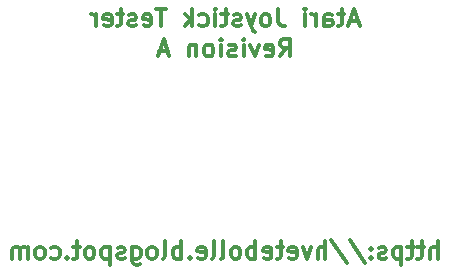
<source format=gbo>
G04 #@! TF.FileFunction,Legend,Bot*
%FSLAX46Y46*%
G04 Gerber Fmt 4.6, Leading zero omitted, Abs format (unit mm)*
G04 Created by KiCad (PCBNEW 4.0.7) date 11/06/18 17:06:44*
%MOMM*%
%LPD*%
G01*
G04 APERTURE LIST*
%ADD10C,0.100000*%
%ADD11C,0.300000*%
G04 APERTURE END LIST*
D10*
D11*
X146270001Y-114343571D02*
X146270001Y-112843571D01*
X145627144Y-114343571D02*
X145627144Y-113557857D01*
X145698573Y-113415000D01*
X145841430Y-113343571D01*
X146055715Y-113343571D01*
X146198573Y-113415000D01*
X146270001Y-113486429D01*
X145127144Y-113343571D02*
X144555715Y-113343571D01*
X144912858Y-112843571D02*
X144912858Y-114129286D01*
X144841430Y-114272143D01*
X144698572Y-114343571D01*
X144555715Y-114343571D01*
X144270001Y-113343571D02*
X143698572Y-113343571D01*
X144055715Y-112843571D02*
X144055715Y-114129286D01*
X143984287Y-114272143D01*
X143841429Y-114343571D01*
X143698572Y-114343571D01*
X143198572Y-113343571D02*
X143198572Y-114843571D01*
X143198572Y-113415000D02*
X143055715Y-113343571D01*
X142770001Y-113343571D01*
X142627144Y-113415000D01*
X142555715Y-113486429D01*
X142484286Y-113629286D01*
X142484286Y-114057857D01*
X142555715Y-114200714D01*
X142627144Y-114272143D01*
X142770001Y-114343571D01*
X143055715Y-114343571D01*
X143198572Y-114272143D01*
X141912858Y-114272143D02*
X141770001Y-114343571D01*
X141484286Y-114343571D01*
X141341429Y-114272143D01*
X141270001Y-114129286D01*
X141270001Y-114057857D01*
X141341429Y-113915000D01*
X141484286Y-113843571D01*
X141698572Y-113843571D01*
X141841429Y-113772143D01*
X141912858Y-113629286D01*
X141912858Y-113557857D01*
X141841429Y-113415000D01*
X141698572Y-113343571D01*
X141484286Y-113343571D01*
X141341429Y-113415000D01*
X140627143Y-114200714D02*
X140555715Y-114272143D01*
X140627143Y-114343571D01*
X140698572Y-114272143D01*
X140627143Y-114200714D01*
X140627143Y-114343571D01*
X140627143Y-113415000D02*
X140555715Y-113486429D01*
X140627143Y-113557857D01*
X140698572Y-113486429D01*
X140627143Y-113415000D01*
X140627143Y-113557857D01*
X138841429Y-112772143D02*
X140127143Y-114700714D01*
X137270000Y-112772143D02*
X138555714Y-114700714D01*
X136769999Y-114343571D02*
X136769999Y-112843571D01*
X136127142Y-114343571D02*
X136127142Y-113557857D01*
X136198571Y-113415000D01*
X136341428Y-113343571D01*
X136555713Y-113343571D01*
X136698571Y-113415000D01*
X136769999Y-113486429D01*
X135555713Y-113343571D02*
X135198570Y-114343571D01*
X134841428Y-113343571D01*
X133698571Y-114272143D02*
X133841428Y-114343571D01*
X134127142Y-114343571D01*
X134269999Y-114272143D01*
X134341428Y-114129286D01*
X134341428Y-113557857D01*
X134269999Y-113415000D01*
X134127142Y-113343571D01*
X133841428Y-113343571D01*
X133698571Y-113415000D01*
X133627142Y-113557857D01*
X133627142Y-113700714D01*
X134341428Y-113843571D01*
X133198571Y-113343571D02*
X132627142Y-113343571D01*
X132984285Y-112843571D02*
X132984285Y-114129286D01*
X132912857Y-114272143D01*
X132769999Y-114343571D01*
X132627142Y-114343571D01*
X131555714Y-114272143D02*
X131698571Y-114343571D01*
X131984285Y-114343571D01*
X132127142Y-114272143D01*
X132198571Y-114129286D01*
X132198571Y-113557857D01*
X132127142Y-113415000D01*
X131984285Y-113343571D01*
X131698571Y-113343571D01*
X131555714Y-113415000D01*
X131484285Y-113557857D01*
X131484285Y-113700714D01*
X132198571Y-113843571D01*
X130841428Y-114343571D02*
X130841428Y-112843571D01*
X130841428Y-113415000D02*
X130698571Y-113343571D01*
X130412857Y-113343571D01*
X130270000Y-113415000D01*
X130198571Y-113486429D01*
X130127142Y-113629286D01*
X130127142Y-114057857D01*
X130198571Y-114200714D01*
X130270000Y-114272143D01*
X130412857Y-114343571D01*
X130698571Y-114343571D01*
X130841428Y-114272143D01*
X129269999Y-114343571D02*
X129412857Y-114272143D01*
X129484285Y-114200714D01*
X129555714Y-114057857D01*
X129555714Y-113629286D01*
X129484285Y-113486429D01*
X129412857Y-113415000D01*
X129269999Y-113343571D01*
X129055714Y-113343571D01*
X128912857Y-113415000D01*
X128841428Y-113486429D01*
X128769999Y-113629286D01*
X128769999Y-114057857D01*
X128841428Y-114200714D01*
X128912857Y-114272143D01*
X129055714Y-114343571D01*
X129269999Y-114343571D01*
X127912856Y-114343571D02*
X128055714Y-114272143D01*
X128127142Y-114129286D01*
X128127142Y-112843571D01*
X127127142Y-114343571D02*
X127270000Y-114272143D01*
X127341428Y-114129286D01*
X127341428Y-112843571D01*
X125984286Y-114272143D02*
X126127143Y-114343571D01*
X126412857Y-114343571D01*
X126555714Y-114272143D01*
X126627143Y-114129286D01*
X126627143Y-113557857D01*
X126555714Y-113415000D01*
X126412857Y-113343571D01*
X126127143Y-113343571D01*
X125984286Y-113415000D01*
X125912857Y-113557857D01*
X125912857Y-113700714D01*
X126627143Y-113843571D01*
X125270000Y-114200714D02*
X125198572Y-114272143D01*
X125270000Y-114343571D01*
X125341429Y-114272143D01*
X125270000Y-114200714D01*
X125270000Y-114343571D01*
X124555714Y-114343571D02*
X124555714Y-112843571D01*
X124555714Y-113415000D02*
X124412857Y-113343571D01*
X124127143Y-113343571D01*
X123984286Y-113415000D01*
X123912857Y-113486429D01*
X123841428Y-113629286D01*
X123841428Y-114057857D01*
X123912857Y-114200714D01*
X123984286Y-114272143D01*
X124127143Y-114343571D01*
X124412857Y-114343571D01*
X124555714Y-114272143D01*
X122984285Y-114343571D02*
X123127143Y-114272143D01*
X123198571Y-114129286D01*
X123198571Y-112843571D01*
X122198571Y-114343571D02*
X122341429Y-114272143D01*
X122412857Y-114200714D01*
X122484286Y-114057857D01*
X122484286Y-113629286D01*
X122412857Y-113486429D01*
X122341429Y-113415000D01*
X122198571Y-113343571D01*
X121984286Y-113343571D01*
X121841429Y-113415000D01*
X121770000Y-113486429D01*
X121698571Y-113629286D01*
X121698571Y-114057857D01*
X121770000Y-114200714D01*
X121841429Y-114272143D01*
X121984286Y-114343571D01*
X122198571Y-114343571D01*
X120412857Y-113343571D02*
X120412857Y-114557857D01*
X120484286Y-114700714D01*
X120555714Y-114772143D01*
X120698571Y-114843571D01*
X120912857Y-114843571D01*
X121055714Y-114772143D01*
X120412857Y-114272143D02*
X120555714Y-114343571D01*
X120841428Y-114343571D01*
X120984286Y-114272143D01*
X121055714Y-114200714D01*
X121127143Y-114057857D01*
X121127143Y-113629286D01*
X121055714Y-113486429D01*
X120984286Y-113415000D01*
X120841428Y-113343571D01*
X120555714Y-113343571D01*
X120412857Y-113415000D01*
X119770000Y-114272143D02*
X119627143Y-114343571D01*
X119341428Y-114343571D01*
X119198571Y-114272143D01*
X119127143Y-114129286D01*
X119127143Y-114057857D01*
X119198571Y-113915000D01*
X119341428Y-113843571D01*
X119555714Y-113843571D01*
X119698571Y-113772143D01*
X119770000Y-113629286D01*
X119770000Y-113557857D01*
X119698571Y-113415000D01*
X119555714Y-113343571D01*
X119341428Y-113343571D01*
X119198571Y-113415000D01*
X118484285Y-113343571D02*
X118484285Y-114843571D01*
X118484285Y-113415000D02*
X118341428Y-113343571D01*
X118055714Y-113343571D01*
X117912857Y-113415000D01*
X117841428Y-113486429D01*
X117769999Y-113629286D01*
X117769999Y-114057857D01*
X117841428Y-114200714D01*
X117912857Y-114272143D01*
X118055714Y-114343571D01*
X118341428Y-114343571D01*
X118484285Y-114272143D01*
X116912856Y-114343571D02*
X117055714Y-114272143D01*
X117127142Y-114200714D01*
X117198571Y-114057857D01*
X117198571Y-113629286D01*
X117127142Y-113486429D01*
X117055714Y-113415000D01*
X116912856Y-113343571D01*
X116698571Y-113343571D01*
X116555714Y-113415000D01*
X116484285Y-113486429D01*
X116412856Y-113629286D01*
X116412856Y-114057857D01*
X116484285Y-114200714D01*
X116555714Y-114272143D01*
X116698571Y-114343571D01*
X116912856Y-114343571D01*
X115984285Y-113343571D02*
X115412856Y-113343571D01*
X115769999Y-112843571D02*
X115769999Y-114129286D01*
X115698571Y-114272143D01*
X115555713Y-114343571D01*
X115412856Y-114343571D01*
X114912856Y-114200714D02*
X114841428Y-114272143D01*
X114912856Y-114343571D01*
X114984285Y-114272143D01*
X114912856Y-114200714D01*
X114912856Y-114343571D01*
X113555713Y-114272143D02*
X113698570Y-114343571D01*
X113984284Y-114343571D01*
X114127142Y-114272143D01*
X114198570Y-114200714D01*
X114269999Y-114057857D01*
X114269999Y-113629286D01*
X114198570Y-113486429D01*
X114127142Y-113415000D01*
X113984284Y-113343571D01*
X113698570Y-113343571D01*
X113555713Y-113415000D01*
X112698570Y-114343571D02*
X112841428Y-114272143D01*
X112912856Y-114200714D01*
X112984285Y-114057857D01*
X112984285Y-113629286D01*
X112912856Y-113486429D01*
X112841428Y-113415000D01*
X112698570Y-113343571D01*
X112484285Y-113343571D01*
X112341428Y-113415000D01*
X112269999Y-113486429D01*
X112198570Y-113629286D01*
X112198570Y-114057857D01*
X112269999Y-114200714D01*
X112341428Y-114272143D01*
X112484285Y-114343571D01*
X112698570Y-114343571D01*
X111555713Y-114343571D02*
X111555713Y-113343571D01*
X111555713Y-113486429D02*
X111484285Y-113415000D01*
X111341427Y-113343571D01*
X111127142Y-113343571D01*
X110984285Y-113415000D01*
X110912856Y-113557857D01*
X110912856Y-114343571D01*
X110912856Y-113557857D02*
X110841427Y-113415000D01*
X110698570Y-113343571D01*
X110484285Y-113343571D01*
X110341427Y-113415000D01*
X110269999Y-113557857D01*
X110269999Y-114343571D01*
X139520000Y-94225000D02*
X138805714Y-94225000D01*
X139662857Y-94653571D02*
X139162857Y-93153571D01*
X138662857Y-94653571D01*
X138377143Y-93653571D02*
X137805714Y-93653571D01*
X138162857Y-93153571D02*
X138162857Y-94439286D01*
X138091429Y-94582143D01*
X137948571Y-94653571D01*
X137805714Y-94653571D01*
X136662857Y-94653571D02*
X136662857Y-93867857D01*
X136734286Y-93725000D01*
X136877143Y-93653571D01*
X137162857Y-93653571D01*
X137305714Y-93725000D01*
X136662857Y-94582143D02*
X136805714Y-94653571D01*
X137162857Y-94653571D01*
X137305714Y-94582143D01*
X137377143Y-94439286D01*
X137377143Y-94296429D01*
X137305714Y-94153571D01*
X137162857Y-94082143D01*
X136805714Y-94082143D01*
X136662857Y-94010714D01*
X135948571Y-94653571D02*
X135948571Y-93653571D01*
X135948571Y-93939286D02*
X135877143Y-93796429D01*
X135805714Y-93725000D01*
X135662857Y-93653571D01*
X135520000Y-93653571D01*
X135020000Y-94653571D02*
X135020000Y-93653571D01*
X135020000Y-93153571D02*
X135091429Y-93225000D01*
X135020000Y-93296429D01*
X134948572Y-93225000D01*
X135020000Y-93153571D01*
X135020000Y-93296429D01*
X132734286Y-93153571D02*
X132734286Y-94225000D01*
X132805714Y-94439286D01*
X132948571Y-94582143D01*
X133162857Y-94653571D01*
X133305714Y-94653571D01*
X131805714Y-94653571D02*
X131948572Y-94582143D01*
X132020000Y-94510714D01*
X132091429Y-94367857D01*
X132091429Y-93939286D01*
X132020000Y-93796429D01*
X131948572Y-93725000D01*
X131805714Y-93653571D01*
X131591429Y-93653571D01*
X131448572Y-93725000D01*
X131377143Y-93796429D01*
X131305714Y-93939286D01*
X131305714Y-94367857D01*
X131377143Y-94510714D01*
X131448572Y-94582143D01*
X131591429Y-94653571D01*
X131805714Y-94653571D01*
X130805714Y-93653571D02*
X130448571Y-94653571D01*
X130091429Y-93653571D02*
X130448571Y-94653571D01*
X130591429Y-95010714D01*
X130662857Y-95082143D01*
X130805714Y-95153571D01*
X129591429Y-94582143D02*
X129448572Y-94653571D01*
X129162857Y-94653571D01*
X129020000Y-94582143D01*
X128948572Y-94439286D01*
X128948572Y-94367857D01*
X129020000Y-94225000D01*
X129162857Y-94153571D01*
X129377143Y-94153571D01*
X129520000Y-94082143D01*
X129591429Y-93939286D01*
X129591429Y-93867857D01*
X129520000Y-93725000D01*
X129377143Y-93653571D01*
X129162857Y-93653571D01*
X129020000Y-93725000D01*
X128520000Y-93653571D02*
X127948571Y-93653571D01*
X128305714Y-93153571D02*
X128305714Y-94439286D01*
X128234286Y-94582143D01*
X128091428Y-94653571D01*
X127948571Y-94653571D01*
X127448571Y-94653571D02*
X127448571Y-93653571D01*
X127448571Y-93153571D02*
X127520000Y-93225000D01*
X127448571Y-93296429D01*
X127377143Y-93225000D01*
X127448571Y-93153571D01*
X127448571Y-93296429D01*
X126091428Y-94582143D02*
X126234285Y-94653571D01*
X126519999Y-94653571D01*
X126662857Y-94582143D01*
X126734285Y-94510714D01*
X126805714Y-94367857D01*
X126805714Y-93939286D01*
X126734285Y-93796429D01*
X126662857Y-93725000D01*
X126519999Y-93653571D01*
X126234285Y-93653571D01*
X126091428Y-93725000D01*
X125448571Y-94653571D02*
X125448571Y-93153571D01*
X125305714Y-94082143D02*
X124877143Y-94653571D01*
X124877143Y-93653571D02*
X125448571Y-94225000D01*
X123305714Y-93153571D02*
X122448571Y-93153571D01*
X122877142Y-94653571D02*
X122877142Y-93153571D01*
X121377143Y-94582143D02*
X121520000Y-94653571D01*
X121805714Y-94653571D01*
X121948571Y-94582143D01*
X122020000Y-94439286D01*
X122020000Y-93867857D01*
X121948571Y-93725000D01*
X121805714Y-93653571D01*
X121520000Y-93653571D01*
X121377143Y-93725000D01*
X121305714Y-93867857D01*
X121305714Y-94010714D01*
X122020000Y-94153571D01*
X120734286Y-94582143D02*
X120591429Y-94653571D01*
X120305714Y-94653571D01*
X120162857Y-94582143D01*
X120091429Y-94439286D01*
X120091429Y-94367857D01*
X120162857Y-94225000D01*
X120305714Y-94153571D01*
X120520000Y-94153571D01*
X120662857Y-94082143D01*
X120734286Y-93939286D01*
X120734286Y-93867857D01*
X120662857Y-93725000D01*
X120520000Y-93653571D01*
X120305714Y-93653571D01*
X120162857Y-93725000D01*
X119662857Y-93653571D02*
X119091428Y-93653571D01*
X119448571Y-93153571D02*
X119448571Y-94439286D01*
X119377143Y-94582143D01*
X119234285Y-94653571D01*
X119091428Y-94653571D01*
X118020000Y-94582143D02*
X118162857Y-94653571D01*
X118448571Y-94653571D01*
X118591428Y-94582143D01*
X118662857Y-94439286D01*
X118662857Y-93867857D01*
X118591428Y-93725000D01*
X118448571Y-93653571D01*
X118162857Y-93653571D01*
X118020000Y-93725000D01*
X117948571Y-93867857D01*
X117948571Y-94010714D01*
X118662857Y-94153571D01*
X117305714Y-94653571D02*
X117305714Y-93653571D01*
X117305714Y-93939286D02*
X117234286Y-93796429D01*
X117162857Y-93725000D01*
X117020000Y-93653571D01*
X116877143Y-93653571D01*
X132912857Y-97203571D02*
X133412857Y-96489286D01*
X133770000Y-97203571D02*
X133770000Y-95703571D01*
X133198572Y-95703571D01*
X133055714Y-95775000D01*
X132984286Y-95846429D01*
X132912857Y-95989286D01*
X132912857Y-96203571D01*
X132984286Y-96346429D01*
X133055714Y-96417857D01*
X133198572Y-96489286D01*
X133770000Y-96489286D01*
X131698572Y-97132143D02*
X131841429Y-97203571D01*
X132127143Y-97203571D01*
X132270000Y-97132143D01*
X132341429Y-96989286D01*
X132341429Y-96417857D01*
X132270000Y-96275000D01*
X132127143Y-96203571D01*
X131841429Y-96203571D01*
X131698572Y-96275000D01*
X131627143Y-96417857D01*
X131627143Y-96560714D01*
X132341429Y-96703571D01*
X131127143Y-96203571D02*
X130770000Y-97203571D01*
X130412858Y-96203571D01*
X129841429Y-97203571D02*
X129841429Y-96203571D01*
X129841429Y-95703571D02*
X129912858Y-95775000D01*
X129841429Y-95846429D01*
X129770001Y-95775000D01*
X129841429Y-95703571D01*
X129841429Y-95846429D01*
X129198572Y-97132143D02*
X129055715Y-97203571D01*
X128770000Y-97203571D01*
X128627143Y-97132143D01*
X128555715Y-96989286D01*
X128555715Y-96917857D01*
X128627143Y-96775000D01*
X128770000Y-96703571D01*
X128984286Y-96703571D01*
X129127143Y-96632143D01*
X129198572Y-96489286D01*
X129198572Y-96417857D01*
X129127143Y-96275000D01*
X128984286Y-96203571D01*
X128770000Y-96203571D01*
X128627143Y-96275000D01*
X127912857Y-97203571D02*
X127912857Y-96203571D01*
X127912857Y-95703571D02*
X127984286Y-95775000D01*
X127912857Y-95846429D01*
X127841429Y-95775000D01*
X127912857Y-95703571D01*
X127912857Y-95846429D01*
X126984285Y-97203571D02*
X127127143Y-97132143D01*
X127198571Y-97060714D01*
X127270000Y-96917857D01*
X127270000Y-96489286D01*
X127198571Y-96346429D01*
X127127143Y-96275000D01*
X126984285Y-96203571D01*
X126770000Y-96203571D01*
X126627143Y-96275000D01*
X126555714Y-96346429D01*
X126484285Y-96489286D01*
X126484285Y-96917857D01*
X126555714Y-97060714D01*
X126627143Y-97132143D01*
X126770000Y-97203571D01*
X126984285Y-97203571D01*
X125841428Y-96203571D02*
X125841428Y-97203571D01*
X125841428Y-96346429D02*
X125770000Y-96275000D01*
X125627142Y-96203571D01*
X125412857Y-96203571D01*
X125270000Y-96275000D01*
X125198571Y-96417857D01*
X125198571Y-97203571D01*
X123412857Y-96775000D02*
X122698571Y-96775000D01*
X123555714Y-97203571D02*
X123055714Y-95703571D01*
X122555714Y-97203571D01*
M02*

</source>
